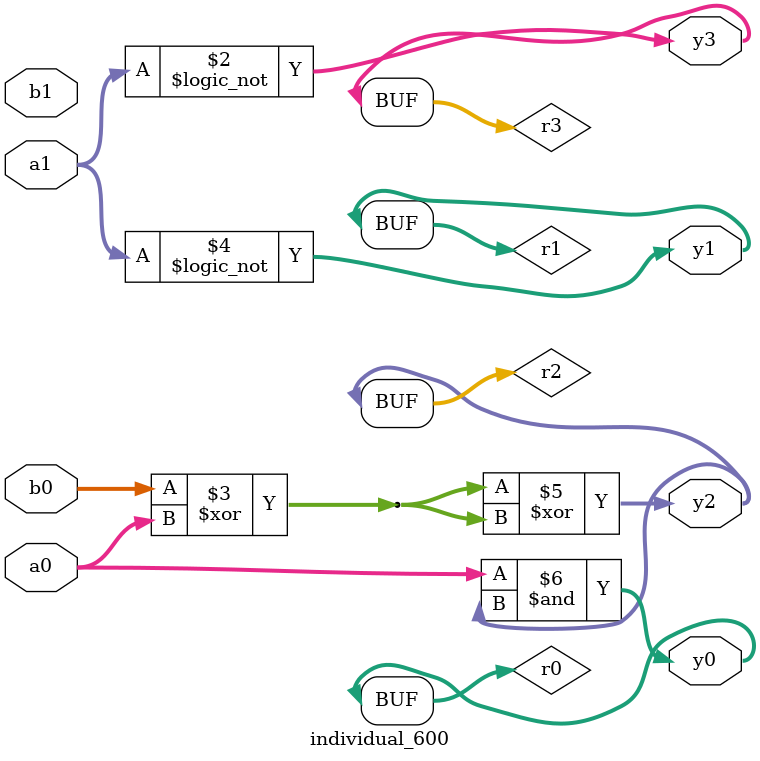
<source format=sv>
module individual_600(input logic [15:0] a1, input logic [15:0] a0, input logic [15:0] b1, input logic [15:0] b0, output logic [15:0] y3, output logic [15:0] y2, output logic [15:0] y1, output logic [15:0] y0);
logic [15:0] r0, r1, r2, r3; 
 always@(*) begin 
	 r0 = a0; r1 = a1; r2 = b0; r3 = b1; 
 	 r3 = ! a1 ;
 	 r2  ^=  r0 ;
 	 r1 = ! r1 ;
 	 r2  ^=  r2 ;
 	 r0  &=  r2 ;
 	 y3 = r3; y2 = r2; y1 = r1; y0 = r0; 
end
endmodule
</source>
